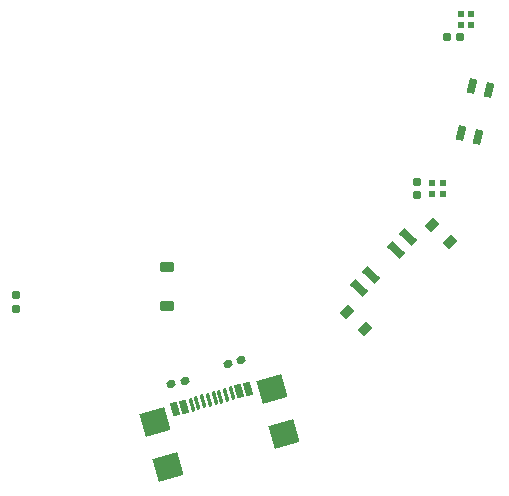
<source format=gbr>
%TF.GenerationSoftware,KiCad,Pcbnew,(7.0.0)*%
%TF.CreationDate,2023-05-27T10:45:59+01:00*%
%TF.ProjectId,left_connectors,6c656674-5f63-46f6-9e6e-6563746f7273,rev?*%
%TF.SameCoordinates,Original*%
%TF.FileFunction,Paste,Bot*%
%TF.FilePolarity,Positive*%
%FSLAX46Y46*%
G04 Gerber Fmt 4.6, Leading zero omitted, Abs format (unit mm)*
G04 Created by KiCad (PCBNEW (7.0.0)) date 2023-05-27 10:45:59*
%MOMM*%
%LPD*%
G01*
G04 APERTURE LIST*
G04 Aperture macros list*
%AMRoundRect*
0 Rectangle with rounded corners*
0 $1 Rounding radius*
0 $2 $3 $4 $5 $6 $7 $8 $9 X,Y pos of 4 corners*
0 Add a 4 corners polygon primitive as box body*
4,1,4,$2,$3,$4,$5,$6,$7,$8,$9,$2,$3,0*
0 Add four circle primitives for the rounded corners*
1,1,$1+$1,$2,$3*
1,1,$1+$1,$4,$5*
1,1,$1+$1,$6,$7*
1,1,$1+$1,$8,$9*
0 Add four rect primitives between the rounded corners*
20,1,$1+$1,$2,$3,$4,$5,0*
20,1,$1+$1,$4,$5,$6,$7,0*
20,1,$1+$1,$6,$7,$8,$9,0*
20,1,$1+$1,$8,$9,$2,$3,0*%
%AMRotRect*
0 Rectangle, with rotation*
0 The origin of the aperture is its center*
0 $1 length*
0 $2 width*
0 $3 Rotation angle, in degrees counterclockwise*
0 Add horizontal line*
21,1,$1,$2,0,0,$3*%
G04 Aperture macros list end*
%ADD10R,0.500000X0.500000*%
%ADD11RotRect,0.700000X1.500000X226.022000*%
%ADD12RotRect,0.800000X1.000000X136.022000*%
%ADD13RoundRect,0.160000X0.146433X0.207758X-0.233622X0.100135X-0.146433X-0.207758X0.233622X-0.100135X0*%
%ADD14RoundRect,0.160000X-0.146433X-0.207758X0.233622X-0.100135X0.146433X0.207758X-0.233622X0.100135X0*%
%ADD15RoundRect,0.160000X0.160000X-0.197500X0.160000X0.197500X-0.160000X0.197500X-0.160000X-0.197500X0*%
%ADD16RoundRect,0.225000X-0.375000X0.225000X-0.375000X-0.225000X0.375000X-0.225000X0.375000X0.225000X0*%
%ADD17RoundRect,0.155000X0.155000X-0.212500X0.155000X0.212500X-0.155000X0.212500X-0.155000X-0.212500X0*%
%ADD18RotRect,0.600000X1.150000X195.811000*%
%ADD19RotRect,0.300000X1.150000X195.811000*%
%ADD20RotRect,2.180000X2.000000X195.811000*%
%ADD21RoundRect,0.155000X0.212500X0.155000X-0.212500X0.155000X-0.212500X-0.155000X0.212500X-0.155000X0*%
%ADD22RotRect,1.244600X0.660400X76.926000*%
G04 APERTURE END LIST*
D10*
%TO.C,D2*%
X139249999Y-48749999D03*
X139249999Y-49649999D03*
X138349999Y-49649999D03*
X138349999Y-48749999D03*
%TD*%
D11*
%TO.C,SW2*%
X133923834Y-67626011D03*
X132882261Y-68705421D03*
X130799114Y-70864240D03*
X129757541Y-71943650D03*
D12*
X135920480Y-66564924D03*
X128768344Y-73976871D03*
X137431654Y-68023127D03*
X130279518Y-75435074D03*
%TD*%
D13*
%TO.C,R2*%
X114978227Y-79772708D03*
X113828439Y-80098304D03*
%TD*%
D14*
%TO.C,R3*%
X118625106Y-78362798D03*
X119774894Y-78037202D03*
%TD*%
D15*
%TO.C,R4*%
X100700000Y-73697500D03*
X100700000Y-72502500D03*
%TD*%
D10*
%TO.C,D1*%
X136849999Y-63049999D03*
X136849999Y-63949999D03*
X135949999Y-63949999D03*
X135949999Y-63049999D03*
%TD*%
D16*
%TO.C,D3*%
X113500000Y-70150000D03*
X113500000Y-73450000D03*
%TD*%
D17*
%TO.C,C1*%
X134700000Y-64067500D03*
X134700000Y-62932500D03*
%TD*%
D18*
%TO.C,J1*%
X120355273Y-80466370D03*
X119585541Y-80684342D03*
D19*
X118479050Y-80997677D03*
X117516885Y-81270142D03*
X117035802Y-81406374D03*
X116073636Y-81678839D03*
D18*
X114197413Y-82210146D03*
X114967145Y-81992174D03*
D19*
X115592553Y-81815072D03*
X116554719Y-81542607D03*
X117997967Y-81133909D03*
X118960133Y-80861444D03*
D20*
X123420465Y-84280518D03*
X122349677Y-80499207D03*
X113587131Y-87065110D03*
X112516344Y-83283799D03*
%TD*%
D21*
%TO.C,C2*%
X138335000Y-50700000D03*
X137200000Y-50700000D03*
%TD*%
D22*
%TO.C,SW1*%
X139841638Y-59134789D03*
X140760953Y-55176133D03*
X138399999Y-58799999D03*
X139319314Y-54841343D03*
%TD*%
M02*

</source>
